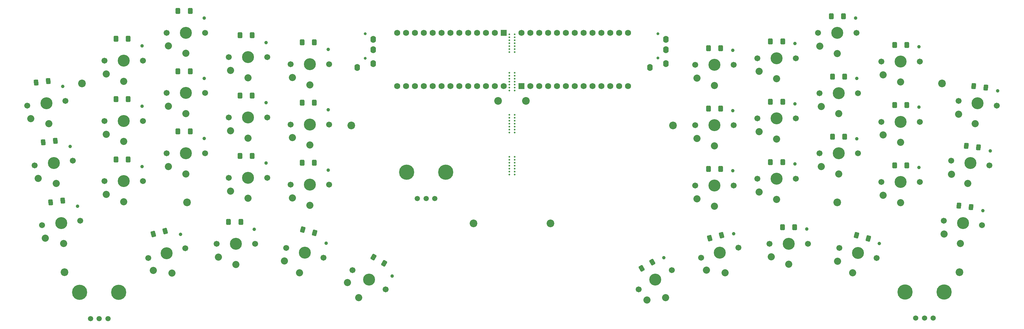
<source format=gbs>
G04 #@! TF.GenerationSoftware,KiCad,Pcbnew,9.0.4*
G04 #@! TF.CreationDate,2025-09-15T12:20:14-04:00*
G04 #@! TF.ProjectId,zen,7a656e2e-6b69-4636-9164-5f7063625858,rev?*
G04 #@! TF.SameCoordinates,Original*
G04 #@! TF.FileFunction,Soldermask,Bot*
G04 #@! TF.FilePolarity,Negative*
%FSLAX46Y46*%
G04 Gerber Fmt 4.6, Leading zero omitted, Abs format (unit mm)*
G04 Created by KiCad (PCBNEW 9.0.4) date 2025-09-15 12:20:14*
%MOMM*%
%LPD*%
G01*
G04 APERTURE LIST*
G04 Aperture macros list*
%AMRoundRect*
0 Rectangle with rounded corners*
0 $1 Rounding radius*
0 $2 $3 $4 $5 $6 $7 $8 $9 X,Y pos of 4 corners*
0 Add a 4 corners polygon primitive as box body*
4,1,4,$2,$3,$4,$5,$6,$7,$8,$9,$2,$3,0*
0 Add four circle primitives for the rounded corners*
1,1,$1+$1,$2,$3*
1,1,$1+$1,$4,$5*
1,1,$1+$1,$6,$7*
1,1,$1+$1,$8,$9*
0 Add four rect primitives between the rounded corners*
20,1,$1+$1,$2,$3,$4,$5,0*
20,1,$1+$1,$4,$5,$6,$7,0*
20,1,$1+$1,$6,$7,$8,$9,0*
20,1,$1+$1,$8,$9,$2,$3,0*%
G04 Aperture macros list end*
%ADD10C,2.032000*%
%ADD11C,1.701800*%
%ADD12C,0.990600*%
%ADD13C,3.429000*%
%ADD14RoundRect,0.250000X-0.231079X-0.683083X0.541662X-0.476028X0.231079X0.683083X-0.541662X0.476028X0*%
%ADD15RoundRect,0.250000X-0.400000X-0.600000X0.400000X-0.600000X0.400000X0.600000X-0.400000X0.600000X0*%
%ADD16RoundRect,0.250000X-0.541662X-0.476028X0.231079X-0.683083X0.541662X0.476028X-0.231079X0.683083X0*%
%ADD17RoundRect,0.250000X-0.046410X-0.719615X0.646410X-0.319615X0.046410X0.719615X-0.646410X0.319615X0*%
%ADD18RoundRect,0.250000X-0.323897X-0.644275X0.470140X-0.546780X0.323897X0.644275X-0.470140X0.546780X0*%
%ADD19RoundRect,0.250000X-0.470140X-0.546780X0.323897X-0.644275X0.470140X0.546780X-0.323897X0.644275X0*%
%ADD20O,1.600000X2.000000*%
%ADD21C,0.800000*%
%ADD22C,1.752600*%
%ADD23R,1.752600X1.752600*%
%ADD24C,2.200000*%
%ADD25RoundRect,0.250000X-0.646410X-0.319615X0.046410X-0.719615X0.646410X0.319615X-0.046410X0.719615X0*%
%ADD26C,4.350000*%
%ADD27C,1.500000*%
%ADD28C,0.500000*%
G04 APERTURE END LIST*
D10*
X116353883Y-173514613D03*
X121727032Y-174248962D03*
D11*
X125512592Y-167126495D03*
D12*
X124155093Y-163142076D03*
D13*
X120200000Y-168550000D03*
D11*
X114887408Y-169973505D03*
D14*
X119784959Y-162190734D03*
X116404219Y-163096600D03*
D11*
X134500000Y-165900000D03*
D13*
X140000000Y-165900000D03*
D12*
X145220000Y-161700000D03*
D11*
X145500000Y-165900000D03*
D10*
X140000000Y-171800000D03*
X135000000Y-169700000D03*
D15*
X137890000Y-159650000D03*
X141390000Y-159650000D03*
D10*
X171869873Y-176940897D03*
X175150000Y-181259550D03*
D11*
X182863140Y-178900000D03*
D12*
X184720653Y-175122693D03*
D13*
X178100000Y-176150000D03*
D11*
X173336860Y-173400000D03*
X154387408Y-167026495D03*
D13*
X159700000Y-168450000D03*
D12*
X165829173Y-165744147D03*
D11*
X165012592Y-169873505D03*
D10*
X158172968Y-174148962D03*
X153886858Y-170826423D03*
D16*
X159144286Y-161830621D03*
X162525026Y-162736487D03*
D17*
X259120545Y-171151379D03*
X256089457Y-172901379D03*
D10*
X257549873Y-181930897D03*
X262930000Y-181249550D03*
D11*
X264743140Y-173390000D03*
D12*
X262400653Y-169892693D03*
D13*
X259980000Y-176140000D03*
D11*
X255216860Y-178890000D03*
D14*
X278890979Y-163398919D03*
X275510239Y-164304785D03*
D10*
X274583883Y-173404613D03*
X279957032Y-174138962D03*
D11*
X283742592Y-167016495D03*
D12*
X282385093Y-163032076D03*
D13*
X278430000Y-168440000D03*
D11*
X273117408Y-169863505D03*
D18*
X86274507Y-119309564D03*
X82800595Y-119736106D03*
D10*
X81295881Y-130046336D03*
X86514537Y-131521336D03*
D11*
X91254512Y-124995033D03*
D12*
X90464748Y-120860462D03*
D13*
X85795508Y-125665314D03*
D11*
X80336504Y-126335595D03*
D10*
X83398127Y-147167757D03*
X88616783Y-148642757D03*
D11*
X93356758Y-142116454D03*
D12*
X92566994Y-137981883D03*
D13*
X87897754Y-142786735D03*
D11*
X82438750Y-143457016D03*
D18*
X88376754Y-136430985D03*
X84902842Y-136857527D03*
X90479000Y-153552406D03*
X87005088Y-153978948D03*
D10*
X85500373Y-164289178D03*
X90719029Y-165764178D03*
D11*
X95459004Y-159237875D03*
D12*
X94669240Y-155103304D03*
D13*
X90000000Y-159908156D03*
D11*
X84540996Y-160578437D03*
D16*
X320882903Y-164364785D03*
X317502163Y-163458919D03*
D10*
X312150000Y-170876423D03*
X316436110Y-174198962D03*
D11*
X323275734Y-169923505D03*
D12*
X324092315Y-165794147D03*
D13*
X317963142Y-168500000D03*
D11*
X312650550Y-167076495D03*
D19*
X350314710Y-155406114D03*
X346840798Y-154979572D03*
X354519203Y-121163271D03*
X351045291Y-120736729D03*
X352416956Y-138284692D03*
X348943044Y-137858150D03*
D10*
X346777533Y-128826924D03*
X351484338Y-131520617D03*
D11*
X357662371Y-126334876D03*
D12*
X357896309Y-122132059D03*
D13*
X352203367Y-125664595D03*
D11*
X346744363Y-124994314D03*
D10*
X344675287Y-145948345D03*
X349382092Y-148642038D03*
D11*
X355560125Y-143456297D03*
D12*
X355794063Y-139253480D03*
D13*
X350101121Y-142786016D03*
D11*
X344642117Y-142115735D03*
D10*
X342573041Y-163069766D03*
X347279846Y-165763459D03*
D11*
X353457879Y-160577718D03*
D12*
X353691817Y-156374901D03*
D13*
X347998875Y-159907437D03*
D11*
X342539871Y-159237156D03*
D10*
X325180000Y-152000000D03*
X330180000Y-154100000D03*
D11*
X335680000Y-148200000D03*
D12*
X335400000Y-144000000D03*
D13*
X330180000Y-148200000D03*
D11*
X324680000Y-148200000D03*
D10*
X289680000Y-151050000D03*
X294680000Y-153150000D03*
D11*
X300180000Y-147250000D03*
D12*
X299900000Y-143050000D03*
D13*
X294680000Y-147250000D03*
D11*
X289180000Y-147250000D03*
D20*
X263050780Y-107337500D03*
X263050780Y-110337500D03*
X263050780Y-114337500D03*
X258450780Y-115437500D03*
D21*
X260750780Y-112737500D03*
X260750780Y-105737500D03*
D10*
X307430000Y-143800000D03*
X312430000Y-145900000D03*
D11*
X317930000Y-140000000D03*
D12*
X317650000Y-135800000D03*
D13*
X312430000Y-140000000D03*
D11*
X306930000Y-140000000D03*
D10*
X120680000Y-126515677D03*
X125680000Y-128615677D03*
D11*
X131180000Y-122715677D03*
D12*
X130900000Y-118515677D03*
D13*
X125680000Y-122715677D03*
D11*
X120180000Y-122715677D03*
D10*
X271930000Y-135740000D03*
X276930000Y-137840000D03*
D11*
X282430000Y-131940000D03*
D12*
X282150000Y-127740000D03*
D13*
X276930000Y-131940000D03*
D11*
X271430000Y-131940000D03*
D10*
X271930000Y-152990000D03*
X276930000Y-155090000D03*
D11*
X282430000Y-149190000D03*
D12*
X282150000Y-144990000D03*
D13*
X276930000Y-149190000D03*
D11*
X271430000Y-149190000D03*
D10*
X289680000Y-116550000D03*
X294680000Y-118650000D03*
D11*
X300180000Y-112750000D03*
D12*
X299900000Y-108550000D03*
D13*
X294680000Y-112750000D03*
D11*
X289180000Y-112750000D03*
D10*
X120680000Y-109265677D03*
X125680000Y-111365677D03*
D11*
X131180000Y-105465677D03*
D12*
X130900000Y-101265677D03*
D13*
X125680000Y-105465677D03*
D11*
X120180000Y-105465677D03*
D10*
X138430000Y-116265677D03*
X143430000Y-118365677D03*
D11*
X148930000Y-112465677D03*
D12*
X148650000Y-108265677D03*
D13*
X143430000Y-112465677D03*
D11*
X137930000Y-112465677D03*
D10*
X138430000Y-150765677D03*
X143430000Y-152865677D03*
D11*
X148930000Y-146965677D03*
D12*
X148650000Y-142765677D03*
D13*
X143430000Y-146965677D03*
D11*
X137930000Y-146965677D03*
D10*
X102930000Y-134515677D03*
X107930000Y-136615677D03*
D11*
X113430000Y-130715677D03*
D12*
X113150000Y-126515677D03*
D13*
X107930000Y-130715677D03*
D11*
X102430000Y-130715677D03*
D10*
X156180000Y-118265677D03*
X161180000Y-120365677D03*
D11*
X166680000Y-114465677D03*
D12*
X166400000Y-110265677D03*
D13*
X161180000Y-114465677D03*
D11*
X155680000Y-114465677D03*
D10*
X293130000Y-169640000D03*
X298130000Y-171740000D03*
D11*
X303630000Y-165840000D03*
D12*
X303350000Y-161640000D03*
D13*
X298130000Y-165840000D03*
D11*
X292630000Y-165840000D03*
D10*
X120680000Y-143765677D03*
X125680000Y-145865677D03*
D11*
X131180000Y-139965677D03*
D12*
X130900000Y-135765677D03*
D13*
X125680000Y-139965677D03*
D11*
X120180000Y-139965677D03*
D22*
X186100000Y-120765677D03*
X188640000Y-120765677D03*
X191180000Y-120765677D03*
X193720000Y-120765677D03*
X196260000Y-120765677D03*
X198800000Y-120765677D03*
X201340000Y-120765677D03*
X203880000Y-120765677D03*
X206420000Y-120765677D03*
X208960000Y-120765677D03*
X211500000Y-120765677D03*
X214040000Y-120765677D03*
X216580000Y-120765677D03*
X186100000Y-105525677D03*
X188640000Y-105525677D03*
X191180000Y-105525677D03*
X193720000Y-105525677D03*
X196260000Y-105525677D03*
X198800000Y-105525677D03*
X201340000Y-105525677D03*
X203880000Y-105525677D03*
X206420000Y-105525677D03*
X208960000Y-105525677D03*
X211500000Y-105525677D03*
X214040000Y-105525677D03*
D23*
X216580000Y-105525677D03*
D10*
X156180000Y-135515677D03*
X161180000Y-137615677D03*
D11*
X166680000Y-131715677D03*
D12*
X166400000Y-127515677D03*
D13*
X161180000Y-131715677D03*
D11*
X155680000Y-131715677D03*
D20*
X179300000Y-107353177D03*
X179300000Y-110353177D03*
X179300000Y-114353177D03*
X174700000Y-115453177D03*
D21*
X177000000Y-112753177D03*
X177000000Y-105753177D03*
D10*
X271930000Y-118490000D03*
X276930000Y-120590000D03*
D11*
X282430000Y-114690000D03*
D12*
X282150000Y-110490000D03*
D13*
X276930000Y-114690000D03*
D11*
X271430000Y-114690000D03*
D10*
X325180000Y-117500000D03*
X330180000Y-119600000D03*
D11*
X335680000Y-113700000D03*
D12*
X335400000Y-109500000D03*
D13*
X330180000Y-113700000D03*
D11*
X324680000Y-113700000D03*
D10*
X289680000Y-133800000D03*
X294680000Y-135900000D03*
D11*
X300180000Y-130000000D03*
D12*
X299900000Y-125800000D03*
D13*
X294680000Y-130000000D03*
D11*
X289180000Y-130000000D03*
D10*
X156180000Y-152765677D03*
X161180000Y-154865677D03*
D11*
X166680000Y-148965677D03*
D12*
X166400000Y-144765677D03*
D13*
X161180000Y-148965677D03*
D11*
X155680000Y-148965677D03*
D15*
X162430000Y-142715677D03*
X158930000Y-142715677D03*
X331930000Y-108950000D03*
X328430000Y-108950000D03*
X126930000Y-116495677D03*
X123430000Y-116495677D03*
X313804220Y-100750000D03*
X310304220Y-100750000D03*
X299880000Y-161090000D03*
X296380000Y-161090000D03*
X126930000Y-133715677D03*
X123430000Y-133715677D03*
X109180000Y-107215677D03*
X105680000Y-107215677D03*
X144680000Y-106215677D03*
X141180000Y-106215677D03*
D24*
X215000000Y-125000000D03*
D15*
X314180000Y-118000000D03*
X310680000Y-118000000D03*
X296430000Y-125250000D03*
X292930000Y-125250000D03*
X162430000Y-125465677D03*
X158930000Y-125465677D03*
D24*
X173000000Y-132000000D03*
D15*
X144680000Y-123465677D03*
X141180000Y-123465677D03*
X278680000Y-144440000D03*
X275180000Y-144440000D03*
X278680000Y-109940000D03*
X275180000Y-109940000D03*
D24*
X96000000Y-120000000D03*
D15*
X296430000Y-142500000D03*
X292930000Y-142500000D03*
X162430000Y-108215677D03*
X158930000Y-108215677D03*
X109180000Y-124465677D03*
X105680000Y-124465677D03*
X314180000Y-135250000D03*
X310680000Y-135250000D03*
X126930000Y-99215677D03*
X123430000Y-99215677D03*
D24*
X208000000Y-160000000D03*
D15*
X331930000Y-126200000D03*
X328430000Y-126200000D03*
X109180000Y-141715677D03*
X105680000Y-141715677D03*
X296430000Y-108000000D03*
X292930000Y-108000000D03*
D25*
X179397687Y-169682341D03*
X182428775Y-171432341D03*
D24*
X91000000Y-174000000D03*
D15*
X278680000Y-127190000D03*
X275180000Y-127190000D03*
X331930000Y-143450000D03*
X328430000Y-143450000D03*
X144680000Y-140715677D03*
X141180000Y-140715677D03*
D24*
X347000000Y-174000000D03*
D26*
X342600000Y-179650000D03*
X331400000Y-179650000D03*
D27*
X337000000Y-187150000D03*
X339500000Y-187150000D03*
X334500000Y-187150000D03*
D26*
X200000000Y-145415677D03*
X188800000Y-145415677D03*
D27*
X194400000Y-152915677D03*
X196900000Y-152915677D03*
X191900000Y-152915677D03*
D28*
X219750001Y-105950000D03*
X218250001Y-105950000D03*
X219750001Y-106800000D03*
X218250001Y-106800000D03*
X219750001Y-107650000D03*
X218250001Y-107650000D03*
X219750001Y-108500000D03*
X218250001Y-108500000D03*
X219750001Y-109350000D03*
X218250001Y-109350000D03*
X219750001Y-110200000D03*
X218250001Y-110200000D03*
X219750001Y-111050000D03*
X218250001Y-111050000D03*
X219750000Y-116950000D03*
X218250000Y-116950000D03*
X219750000Y-117800000D03*
X218250000Y-117800000D03*
X219750000Y-118650000D03*
X218250000Y-118650000D03*
X219750000Y-119500000D03*
X218250000Y-119500000D03*
X219750000Y-120350000D03*
X218250000Y-120350000D03*
X219750000Y-121200000D03*
X218250000Y-121200000D03*
X219750000Y-122050000D03*
X218250000Y-122050000D03*
D24*
X126000000Y-154000000D03*
D28*
X219750000Y-140950000D03*
X218250000Y-140950000D03*
X219750000Y-141800000D03*
X218250000Y-141800000D03*
X219750000Y-142650000D03*
X218250000Y-142650000D03*
X219750000Y-143500000D03*
X218250000Y-143500000D03*
X219750000Y-144350000D03*
X218250000Y-144350000D03*
X219750000Y-145200000D03*
X218250000Y-145200000D03*
X219750000Y-146050000D03*
X218250000Y-146050000D03*
D24*
X230000000Y-160000000D03*
X223000000Y-125000000D03*
D26*
X106500000Y-179765677D03*
X95300000Y-179765677D03*
D27*
X100900000Y-187265677D03*
X103400000Y-187265677D03*
X98400000Y-187265677D03*
D24*
X312000000Y-154000000D03*
D28*
X219750000Y-128950000D03*
X218250000Y-128950000D03*
X219750000Y-129800000D03*
X218250000Y-129800000D03*
X219750000Y-130650000D03*
X218250000Y-130650000D03*
X219750000Y-131500000D03*
X218250000Y-131500000D03*
X219750000Y-132350000D03*
X218250000Y-132350000D03*
X219750000Y-133200000D03*
X218250000Y-133200000D03*
X219750000Y-134050000D03*
X218250000Y-134050000D03*
D24*
X265000000Y-132000000D03*
X342000000Y-120000000D03*
D10*
X102930000Y-151765677D03*
X107930000Y-153865677D03*
D11*
X113430000Y-147965677D03*
D12*
X113150000Y-143765677D03*
D13*
X107930000Y-147965677D03*
D11*
X102430000Y-147965677D03*
D10*
X307054220Y-109300000D03*
X312054220Y-111400000D03*
D11*
X317554220Y-105500000D03*
D12*
X317274220Y-101300000D03*
D13*
X312054220Y-105500000D03*
D11*
X306554220Y-105500000D03*
D22*
X252150780Y-105500000D03*
X249610780Y-105500000D03*
X247070780Y-105500000D03*
X244530780Y-105500000D03*
X241990780Y-105500000D03*
X239450780Y-105500000D03*
X236910780Y-105500000D03*
X234370780Y-105500000D03*
X231830780Y-105500000D03*
X229290780Y-105500000D03*
X226750780Y-105500000D03*
X224210780Y-105500000D03*
X221670780Y-105500000D03*
X252150780Y-120740000D03*
X249610780Y-120740000D03*
X247070780Y-120740000D03*
X244530780Y-120740000D03*
X241990780Y-120740000D03*
X239450780Y-120740000D03*
X236910780Y-120740000D03*
X234370780Y-120740000D03*
X231830780Y-120740000D03*
X229290780Y-120740000D03*
X226750780Y-120740000D03*
X224210780Y-120740000D03*
D23*
X221670780Y-120740000D03*
D10*
X325180000Y-134750000D03*
X330180000Y-136850000D03*
D11*
X335680000Y-130950000D03*
D12*
X335400000Y-126750000D03*
D13*
X330180000Y-130950000D03*
D11*
X324680000Y-130950000D03*
D10*
X307430000Y-126550000D03*
X312430000Y-128650000D03*
D11*
X317930000Y-122750000D03*
D12*
X317650000Y-118550000D03*
D13*
X312430000Y-122750000D03*
D11*
X306930000Y-122750000D03*
D10*
X102930000Y-117265677D03*
X107930000Y-119365677D03*
D11*
X113430000Y-113465677D03*
D12*
X113150000Y-109265677D03*
D13*
X107930000Y-113465677D03*
D11*
X102430000Y-113465677D03*
D10*
X138430000Y-133515677D03*
X143430000Y-135615677D03*
D11*
X148930000Y-129715677D03*
D12*
X148650000Y-125515677D03*
D13*
X143430000Y-129715677D03*
D11*
X137930000Y-129715677D03*
M02*

</source>
